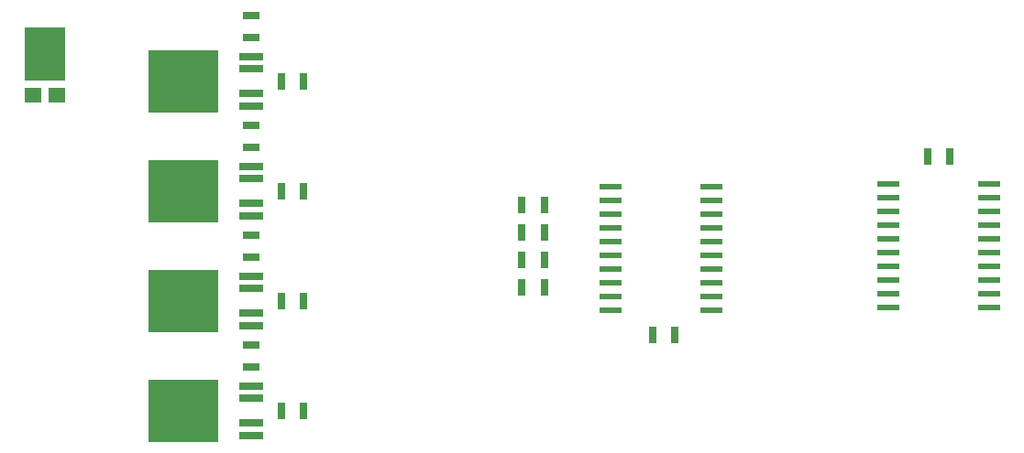
<source format=gbp>
G04 #@! TF.GenerationSoftware,KiCad,Pcbnew,6.0.0-unknown-f21face~86~ubuntu18.04.1*
G04 #@! TF.CreationDate,2019-05-20T10:49:21-04:00*
G04 #@! TF.ProjectId,backlight_controller_5x3,6261636b-6c69-4676-9874-5f636f6e7472,1.3*
G04 #@! TF.SameCoordinates,Original*
G04 #@! TF.FileFunction,Paste,Bot*
G04 #@! TF.FilePolarity,Positive*
%FSLAX46Y46*%
G04 Gerber Fmt 4.6, Leading zero omitted, Abs format (unit mm)*
G04 Created by KiCad (PCBNEW 6.0.0-unknown-f21face~86~ubuntu18.04.1) date 2019-05-20 10:49:21*
%MOMM*%
%LPD*%
G04 APERTURE LIST*
%ADD10R,0.787400X1.600200*%
%ADD11R,1.600200X0.787400*%
%ADD12R,1.600000X1.440000*%
%ADD13R,3.800000X4.960000*%
%ADD14R,6.400000X5.800000*%
%ADD15R,2.200000X0.800000*%
%ADD16R,2.000000X0.600000*%
G04 APERTURE END LIST*
D10*
X117703600Y-101600000D03*
X119786400Y-101600000D03*
X95478600Y-120650000D03*
X97561400Y-120650000D03*
D11*
X92710000Y-114528600D03*
X92710000Y-116611400D03*
D10*
X117703600Y-104140000D03*
X119786400Y-104140000D03*
X95478600Y-110490000D03*
X97561400Y-110490000D03*
D11*
X92710000Y-104368600D03*
X92710000Y-106451400D03*
D10*
X95478600Y-100330000D03*
X97561400Y-100330000D03*
D11*
X92710000Y-94208600D03*
X92710000Y-96291400D03*
D10*
X95478600Y-90170000D03*
X97561400Y-90170000D03*
D11*
X92710000Y-84048600D03*
X92710000Y-86131400D03*
D10*
X131851400Y-113665000D03*
X129768600Y-113665000D03*
X117703600Y-106680000D03*
X119786400Y-106680000D03*
X117703600Y-109220000D03*
X119786400Y-109220000D03*
X155168600Y-97155000D03*
X157251400Y-97155000D03*
D12*
X74725000Y-91430000D03*
X72595000Y-91430000D03*
D13*
X73660000Y-87630000D03*
D14*
X86410000Y-90170000D03*
D15*
X92710000Y-87890000D03*
X92710000Y-89030000D03*
X92710000Y-91310000D03*
X92710000Y-92450000D03*
D14*
X86410000Y-100330000D03*
D15*
X92710000Y-98050000D03*
X92710000Y-99190000D03*
X92710000Y-101470000D03*
X92710000Y-102610000D03*
D14*
X86410000Y-110490000D03*
D15*
X92710000Y-108210000D03*
X92710000Y-109350000D03*
X92710000Y-111630000D03*
X92710000Y-112770000D03*
D14*
X86410000Y-120650000D03*
D15*
X92710000Y-118370000D03*
X92710000Y-119510000D03*
X92710000Y-121790000D03*
X92710000Y-122930000D03*
D16*
X135206000Y-99949000D03*
X135206000Y-101219000D03*
X135206000Y-102489000D03*
X135206000Y-103759000D03*
X135206000Y-105029000D03*
X135206000Y-106299000D03*
X135206000Y-107569000D03*
X135206000Y-108839000D03*
X135206000Y-110109000D03*
X135206000Y-111379000D03*
X125906000Y-111379000D03*
X125906000Y-110109000D03*
X125906000Y-108839000D03*
X125906000Y-107569000D03*
X125906000Y-106299000D03*
X125906000Y-105029000D03*
X125906000Y-103759000D03*
X125906000Y-102489000D03*
X125906000Y-101219000D03*
X125906000Y-99949000D03*
X151560000Y-111125000D03*
X151560000Y-109855000D03*
X151560000Y-108585000D03*
X151560000Y-107315000D03*
X151560000Y-106045000D03*
X151560000Y-104775000D03*
X151560000Y-103505000D03*
X151560000Y-102235000D03*
X151560000Y-100965000D03*
X151560000Y-99695000D03*
X160860000Y-99695000D03*
X160860000Y-100965000D03*
X160860000Y-102235000D03*
X160860000Y-103505000D03*
X160860000Y-104775000D03*
X160860000Y-106045000D03*
X160860000Y-107315000D03*
X160860000Y-108585000D03*
X160860000Y-109855000D03*
X160860000Y-111125000D03*
M02*

</source>
